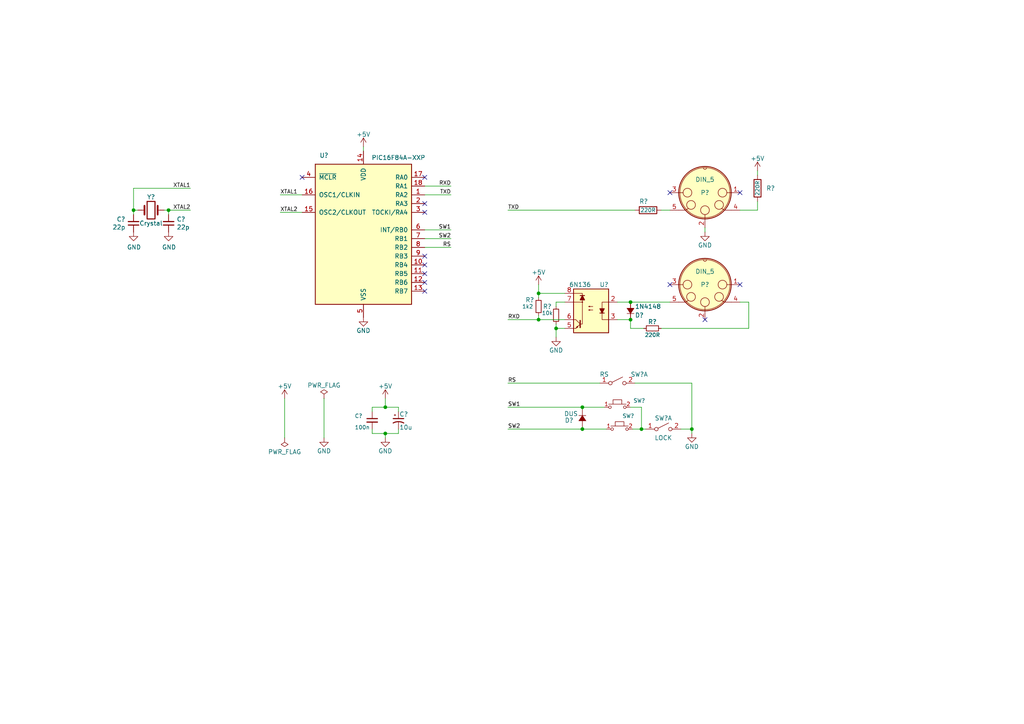
<source format=kicad_sch>
(kicad_sch (version 20211123) (generator eeschema)
  (paper "A4")
  (title_block (title "MIDI-Panic") (date "2017-12-08") (rev "1.0") (company "Luc Hondareyte") (comment 1 "MIDI-Panic 16F84"))
  (lib_symbols
    (symbol "Device:C_Small" (pin_numbers hide) (pin_names (offset 0.254) hide)
      (property "Reference" "C" (at 0.254 1.778 0))
      (property "Value" "C_Small" (at 0.254 -2.032 0))
      (symbol "C_Small_0_1"
        (polyline (pts (xy -1.524 -0.508) (xy 1.524 -0.508)) (stroke (width 0.3302)))
        (polyline (pts (xy -1.524 0.508) (xy 1.524 0.508)) (stroke (width 0.3048)))
      )
      (symbol "C_Small_1_1"
        (pin passive line (at 0 2.54 270) (length 2.032) (name "~") (number "1"))
        (pin passive line (at 0 -2.54 90) (length 2.032) (name "~") (number "2"))
      )
    )
    (symbol "Device:Crystal" (pin_numbers hide) (pin_names (offset 1.016) hide)
      (property "Reference" "Y" (at 0 3.81 0))
      (property "Value" "Crystal" (at 0 -3.81 0))
      (symbol "Crystal_0_1"
        (rectangle (start -1.143 2.54) (end 1.143 -2.54) (stroke (width 0.3048)))
        (polyline (pts (xy -2.54 0) (xy -1.905 0)))
        (polyline (pts (xy -1.905 -1.27) (xy -1.905 1.27)) (stroke (width 0.508)))
        (polyline (pts (xy 1.905 -1.27) (xy 1.905 1.27)) (stroke (width 0.508)))
        (polyline (pts (xy 2.54 0) (xy 1.905 0)))
      )
      (symbol "Crystal_1_1"
        (pin passive line (at -3.81 0 0) (length 1.27) (name "1") (number "1"))
        (pin passive line (at 3.81 0 180) (length 1.27) (name "2") (number "2"))
      )
    )
    (symbol "Device:R_Small" (pin_numbers hide) (pin_names (offset 0.254) hide)
      (property "Reference" "R" (at 0.762 0.508 0))
      (property "Value" "R_Small" (at 0.762 -1.016 0))
      (symbol "R_Small_0_1"
        (rectangle (start -0.762 1.778) (end 0.762 -1.778) (stroke (width 0.2032)))
      )
      (symbol "R_Small_1_1"
        (pin passive line (at 0 2.54 270) (length 0.762) (name "~") (number "1"))
        (pin passive line (at 0 -2.54 90) (length 0.762) (name "~") (number "2"))
      )
    )
    (symbol "MCU_Microchip_PIC16:PIC16F84A-XXP" (pin_names (offset 1.016))
      (property "Reference" "U" (at 2.54 22.86 0))
      (property "Value" "PIC16F84A-XXP" (at 2.54 20.32 0))
      (symbol "PIC16F84A-XXP_0_1"
        (rectangle (start -13.97 19.05) (end 13.97 -21.59) (stroke (width 0.254)) (fill (type background)))
      )
      (symbol "PIC16F84A-XXP_1_1"
        (pin bidirectional line (at 17.78 10.16 180) (length 3.81) (name "RA2") (number "1"))
        (pin bidirectional line (at 17.78 -10.16 180) (length 3.81) (name "RB4") (number "10"))
        (pin bidirectional line (at 17.78 -12.7 180) (length 3.81) (name "RB5") (number "11"))
        (pin bidirectional line (at 17.78 -15.24 180) (length 3.81) (name "RB6") (number "12"))
        (pin bidirectional line (at 17.78 -17.78 180) (length 3.81) (name "RB7") (number "13"))
        (pin power_in line (at 0 22.86 270) (length 3.81) (name "VDD") (number "14"))
        (pin output line (at -17.78 5.08 0) (length 3.81) (name "OSC2/CLKOUT") (number "15"))
        (pin input line (at -17.78 10.16 0) (length 3.81) (name "OSC1/CLKIN") (number "16"))
        (pin bidirectional line (at 17.78 15.24 180) (length 3.81) (name "RA0") (number "17"))
        (pin bidirectional line (at 17.78 12.7 180) (length 3.81) (name "RA1") (number "18"))
        (pin bidirectional line (at 17.78 7.62 180) (length 3.81) (name "RA3") (number "2"))
        (pin bidirectional line (at 17.78 5.08 180) (length 3.81) (name "TOCKI/RA4") (number "3"))
        (pin input line (at -17.78 15.24 0) (length 3.81) (name "~{MCLR}") (number "4"))
        (pin power_in line (at 0 -25.4 90) (length 3.81) (name "VSS") (number "5"))
        (pin bidirectional line (at 17.78 0 180) (length 3.81) (name "INT/RB0") (number "6"))
        (pin bidirectional line (at 17.78 -2.54 180) (length 3.81) (name "RB1") (number "7"))
        (pin bidirectional line (at 17.78 -5.08 180) (length 3.81) (name "RB2") (number "8"))
        (pin bidirectional line (at 17.78 -7.62 180) (length 3.81) (name "RB3") (number "9"))
      )
    )
    (symbol "midi-panic-rescue:+5V" (power) (pin_names (offset 0))
      (property "Value" "midi-panic-rescue_+5V" (at 0 3.556 0))
      (symbol "+5V_0_1"
        (polyline (pts (xy -0.762 1.27) (xy 0 2.54)))
        (polyline (pts (xy 0 0) (xy 0 2.54)))
        (polyline (pts (xy 0 2.54) (xy 0.762 1.27)))
      )
      (symbol "+5V_1_1"
        (pin power_in line (at 0 0 90) (length 0) hide (name "+5V") (number "1"))
      )
    )
    (symbol "midi-panic-rescue:6N136" (pin_names (offset 1.016))
      (property "Reference" "U" (at -5.08 7.62 0))
      (property "Value" "midi-panic-rescue_6N136" (at 0 7.62 0))
      (symbol "6N136_0_1"
        (rectangle (start -5.08 6.35) (end 5.08 -6.35) (stroke (width 0.254)) (fill (type background)))
        (polyline (pts (xy -3.81 -0.635) (xy -2.54 -0.635)) (stroke (width 0.254)))
        (polyline (pts (xy 1.905 4.445) (xy 3.175 4.445)) (stroke (width 0.254)))
        (polyline (pts (xy 3.175 -2.794) (xy 3.175 -4.826)) (stroke (width 0.3556)))
        (polyline (pts (xy 3.302 -3.937) (xy 4.445 -5.08)))
        (polyline (pts (xy 3.302 -3.683) (xy 4.445 -2.54)))
        (polyline (pts (xy 5.08 -5.08) (xy 4.445 -5.08)))
        (polyline (pts (xy 5.08 -2.54) (xy 4.445 -2.54)))
        (polyline (pts (xy 5.08 2.54) (xy 2.54 2.54)))
        (polyline (pts (xy -5.08 2.54) (xy -3.175 2.54) (xy -3.175 -2.54) (xy -5.08 -2.54)))
        (polyline (pts (xy -3.175 -0.635) (xy -3.81 0.635) (xy -2.54 0.635) (xy -3.175 -0.635)) (stroke (width 0.254)) (fill (type outline)))
        (polyline (pts (xy 2.54 4.445) (xy 1.905 3.175) (xy 3.175 3.175) (xy 2.54 4.445)) (stroke (width 0.254)) (fill (type outline)))
        (polyline (pts (xy 4.318 -4.953) (xy 4.064 -4.445) (xy 3.81 -4.699) (xy 4.318 -4.953)))
        (polyline (pts (xy 5.08 5.08) (xy 2.54 5.08) (xy 2.54 -3.81) (xy 3.175 -3.81)))
        (polyline (pts (xy -0.508 0.254) (xy 0.762 0.254) (xy 0.381 0.127) (xy 0.381 0.381) (xy 0.762 0.254)))
        (polyline (pts (xy -0.508 1.27) (xy 0.762 1.27) (xy 0.381 1.143) (xy 0.381 1.397) (xy 0.762 1.27)))
        (circle (center 2.54 2.54) (radius 0.127))
      )
      (symbol "6N136_1_1"
        (pin no_connect line (at -7.62 5.08 0) (length 2.54) hide (name "NC") (number "1"))
        (pin passive line (at -7.62 2.54 0) (length 2.54) (name "~") (number "2"))
        (pin passive line (at -7.62 -2.54 0) (length 2.54) (name "~") (number "3"))
        (pin no_connect line (at -7.62 -5.08 0) (length 2.54) hide (name "NC") (number "4"))
        (pin passive line (at 7.62 -5.08 180) (length 2.54) (name "~") (number "5"))
        (pin passive line (at 7.62 -2.54 180) (length 2.54) (name "~") (number "6"))
        (pin passive line (at 7.62 2.54 180) (length 2.54) (name "~") (number "7"))
        (pin passive line (at 7.62 5.08 180) (length 2.54) (name "~") (number "8"))
      )
    )
    (symbol "midi-panic-rescue:CP1_Small" (pin_numbers hide) (pin_names (offset 0.254) hide)
      (property "Reference" "C" (at 0.254 1.778 0))
      (property "Value" "midi-panic-rescue_CP1_Small" (at 0.254 -2.032 0))
      (symbol "CP1_Small_0_1"
        (polyline (pts (xy -1.524 0.508) (xy 1.524 0.508)) (stroke (width 0.3048)))
        (polyline (pts (xy -1.27 1.524) (xy -0.762 1.524)))
        (polyline (pts (xy -1.016 1.27) (xy -1.016 1.778)))
        (arc (start 1.524 -0.762) (mid 0 -0.3734) (end -1.524 -0.762) (stroke (width 0.3048)))
      )
      (symbol "CP1_Small_1_1"
        (pin passive line (at 0 2.54 270) (length 2.032) (name "~") (number "1"))
        (pin passive line (at 0 -2.54 90) (length 2.032) (name "~") (number "2"))
      )
    )
    (symbol "midi-panic-rescue:C_Small" (pin_numbers hide) (pin_names (offset 0.254) hide)
      (property "Reference" "C" (at 0.254 1.778 0))
      (property "Value" "midi-panic-rescue_C_Small" (at 0.254 -2.032 0))
      (symbol "C_Small_0_1"
        (polyline (pts (xy -1.524 -0.508) (xy 1.524 -0.508)) (stroke (width 0.3302)))
        (polyline (pts (xy -1.524 0.508) (xy 1.524 0.508)) (stroke (width 0.3048)))
      )
      (symbol "C_Small_1_1"
        (pin passive line (at 0 2.54 270) (length 2.032) (name "~") (number "1"))
        (pin passive line (at 0 -2.54 90) (length 2.032) (name "~") (number "2"))
      )
    )
    (symbol "midi-panic-rescue:DIN_5" (pin_names (offset 1.016) hide)
      (property "Reference" "J" (at 0 -8.89 0))
      (property "Value" "midi-panic-rescue_DIN_5" (at 0 -10.795 0))
      (symbol "DIN_5_0_1"
        (circle (center -5.08 0) (radius 1.27))
        (circle (center -4.0894 3.556) (radius 1.27))
        (polyline (pts (xy -7.62 5.08) (xy -5.588 5.08)))
        (polyline (pts (xy -6.35 0) (xy -7.62 0)))
        (polyline (pts (xy -5.588 5.08) (xy -4.826 4.572)))
        (polyline (pts (xy 0 6.35) (xy 0 7.62)))
        (polyline (pts (xy 5.5626 5.08) (xy 4.826 4.572)))
        (polyline (pts (xy 6.35 0) (xy 7.62 0)))
        (polyline (pts (xy 7.62 5.08) (xy 5.5626 5.08)))
        (circle (center 0 0) (radius 7.2644))
        (circle (center 0 0) (radius 7.62) (stroke (width 0.254)) (fill (type background)))
        (circle (center 0 5.08) (radius 1.27))
        (arc (start 0.4572 -7.2136) (mid 0 -6.7564) (end -0.4572 -7.2136))
        (circle (center 4.0386 3.556) (radius 1.27))
        (circle (center 5.08 0) (radius 1.27))
      )
      (symbol "DIN_5_1_1"
        (pin passive line (at -10.16 0 0) (length 2.54) (name "1") (number "1"))
        (pin passive line (at 0 10.16 270) (length 2.54) (name "2") (number "2"))
        (pin passive line (at 10.16 0 180) (length 2.54) (name "3") (number "3"))
        (pin passive line (at -10.16 5.08 0) (length 2.54) (name "4") (number "4"))
        (pin passive line (at 10.16 5.08 180) (length 2.54) (name "5") (number "5"))
      )
    )
    (symbol "midi-panic-rescue:D_Small_ALT" (pin_numbers hide) (pin_names (offset 0.254) hide)
      (property "Reference" "D" (at -1.27 2.032 0))
      (property "Value" "midi-panic-rescue_D_Small_ALT" (at -3.81 -2.032 0))
      (symbol "D_Small_ALT_0_1"
        (polyline (pts (xy -0.762 -1.016) (xy -0.762 1.016)))
        (polyline (pts (xy -0.762 0) (xy 0.762 0)))
        (polyline (pts (xy 0.762 -1.016) (xy -0.762 0) (xy 0.762 1.016) (xy 0.762 -1.016)) (fill (type outline)))
      )
      (symbol "D_Small_ALT_1_1"
        (pin passive line (at -2.54 0 0) (length 1.778) (name "K") (number "1"))
        (pin passive line (at 2.54 0 180) (length 1.778) (name "A") (number "2"))
      )
    )
    (symbol "midi-panic-rescue:GND" (power) (pin_names (offset 0))
      (property "Value" "midi-panic-rescue_GND" (at 0 -3.81 0))
      (symbol "GND_0_1"
        (polyline (pts (xy 0 0) (xy 0 -1.27) (xy 1.27 -1.27) (xy 0 -2.54) (xy -1.27 -1.27) (xy 0 -1.27)))
      )
      (symbol "GND_1_1"
        (pin power_in line (at 0 0 270) (length 0) hide (name "GND") (number "1"))
      )
    )
    (symbol "midi-panic-rescue:PUSH_BUTTON-RESCUE-tinyVT" (pin_names (offset 1.016))
      (property "Reference" "SW" (at -4.318 3.683 0))
      (property "Value" "midi-panic-rescue_PUSH_BUTTON-RESCUE-tinyVT" (at 1.524 -2.667 0))
      (symbol "PUSH_BUTTON-RESCUE-tinyVT_0_1"
        (circle (center -2.159 0) (radius 0.381))
        (polyline (pts (xy -2.54 0.889) (xy 2.54 0.889) (xy -1.27 0.889) (xy -1.27 2.159) (xy 1.27 2.159) (xy 1.27 0.889)))
        (circle (center 2.159 0) (radius 0.381))
      )
      (symbol "PUSH_BUTTON-RESCUE-tinyVT_1_1"
        (pin input line (at -3.81 0 0) (length 1.27) (name "~") (number "1"))
        (pin input line (at 3.81 0 180) (length 1.27) (name "~") (number "2"))
      )
    )
    (symbol "midi-panic-rescue:PWR_FLAG" (power) (pin_numbers hide) (pin_names (offset 0) hide)
      (property "Value" "midi-panic-rescue_PWR_FLAG" (at 0 3.81 0))
      (symbol "PWR_FLAG_0_0"
        (pin power_out line (at 0 0 90) (length 0) (name "pwr") (number "1"))
      )
      (symbol "PWR_FLAG_0_1"
        (polyline (pts (xy 0 0) (xy 0 1.27) (xy -1.016 1.905) (xy 0 2.54) (xy 1.016 1.905) (xy 0 1.27)))
      )
    )
    (symbol "midi-panic-rescue:R" (pin_numbers hide) (pin_names (offset 0))
      (property "Reference" "R" (at 2.032 0 90))
      (property "Value" "midi-panic-rescue_R" (at 0 0 90))
      (symbol "R_0_1"
        (rectangle (start -1.016 -2.54) (end 1.016 2.54) (stroke (width 0.254)))
      )
      (symbol "R_1_1"
        (pin passive line (at 0 3.81 270) (length 1.27) (name "~") (number "1"))
        (pin passive line (at 0 -3.81 90) (length 1.27) (name "~") (number "2"))
      )
    )
    (symbol "midi-panic-rescue:SW_DPST_x2" (pin_names (offset 0) hide)
      (property "Reference" "SW" (at 0 3.175 0))
      (property "Value" "midi-panic-rescue_SW_DPST_x2" (at 0 -2.54 0))
      (symbol "SW_DPST_x2_0_0"
        (circle (center -2.032 0) (radius 0.508))
        (polyline (pts (xy -1.524 0.254) (xy 1.524 1.778)))
        (circle (center 2.032 0) (radius 0.508))
      )
      (symbol "SW_DPST_x2_1_1"
        (pin passive line (at -5.08 0 0) (length 2.54) (name "A") (number "1"))
        (pin passive line (at 5.08 0 180) (length 2.54) (name "B") (number "2"))
      )
      (symbol "SW_DPST_x2_2_1"
        (pin input line (at -5.08 0 0) (length 2.54) (name "A") (number "3"))
        (pin input line (at 5.08 0 180) (length 2.54) (name "B") (number "4"))
      )
    )
    (symbol "power:GND" (power) (pin_names (offset 0))
      (property "Value" "GND" (at 0 -3.81 0))
      (symbol "GND_0_1"
        (polyline (pts (xy 0 0) (xy 0 -1.27) (xy 1.27 -1.27) (xy 0 -2.54) (xy -1.27 -1.27) (xy 0 -1.27)))
      )
      (symbol "GND_1_1"
        (pin power_in line (at 0 0 270) (length 0) hide (name "GND") (number "1"))
      )
    )
  )
  (junction (at 168.91 124.46))
  (junction (at 38.735 60.96))
  (junction (at 156.21 92.71))
  (junction (at 48.895 60.96))
  (junction (at 111.76 118.11))
  (junction (at 182.88 87.63))
  (junction (at 168.91 118.11))
  (junction (at 186.055 124.46))
  (junction (at 156.21 85.09))
  (junction (at 111.76 125.73))
  (junction (at 182.88 92.71))
  (junction (at 161.29 95.25))
  (junction (at 200.66 124.46))
  (no_connect (at 123.19 51.435))
  (no_connect (at 214.63 82.55))
  (no_connect (at 123.19 74.295))
  (no_connect (at 123.19 61.595))
  (no_connect (at 123.19 59.055))
  (no_connect (at 123.19 84.455))
  (no_connect (at 194.31 82.55))
  (no_connect (at 194.31 55.88))
  (no_connect (at 123.19 79.375))
  (no_connect (at 204.47 92.71))
  (no_connect (at 87.63 51.435))
  (no_connect (at 214.63 55.88))
  (no_connect (at 123.19 81.915))
  (no_connect (at 123.19 76.835))
  (wire (pts (xy 161.29 88.9) (xy 161.29 87.63)))
  (wire (pts (xy 197.485 124.46) (xy 200.66 124.46)))
  (wire (pts (xy 186.055 124.46) (xy 183.515 124.46)))
  (wire (pts (xy 93.98 127) (xy 93.98 115.57)))
  (wire (pts (xy 168.91 124.46) (xy 147.32 124.46)))
  (wire (pts (xy 48.895 60.96) (xy 55.245 60.96)))
  (wire (pts (xy 105.41 43.815) (xy 105.41 42.545)))
  (wire (pts (xy 107.95 124.46) (xy 107.95 125.73)))
  (wire (pts (xy 111.76 125.73) (xy 115.57 125.73)))
  (wire (pts (xy 219.71 49.53) (xy 219.71 50.8)))
  (wire (pts (xy 81.28 56.515) (xy 87.63 56.515)))
  (wire (pts (xy 175.26 118.11) (xy 168.91 118.11)))
  (wire (pts (xy 214.63 87.63) (xy 217.17 87.63)))
  (wire (pts (xy 156.21 85.09) (xy 163.83 85.09)))
  (wire (pts (xy 168.91 118.745) (xy 168.91 118.11)))
  (wire (pts (xy 191.77 95.25) (xy 217.17 95.25)))
  (wire (pts (xy 184.15 111.125) (xy 200.66 111.125)))
  (wire (pts (xy 48.895 60.96) (xy 48.895 62.23)))
  (wire (pts (xy 168.91 118.11) (xy 147.32 118.11)))
  (wire (pts (xy 204.47 66.04) (xy 204.47 67.31)))
  (wire (pts (xy 182.88 92.71) (xy 182.88 95.25)))
  (wire (pts (xy 47.625 60.96) (xy 48.895 60.96)))
  (wire (pts (xy 182.88 118.11) (xy 186.055 118.11)))
  (wire (pts (xy 81.28 61.595) (xy 87.63 61.595)))
  (wire (pts (xy 156.21 92.71) (xy 163.83 92.71)))
  (wire (pts (xy 187.325 124.46) (xy 186.055 124.46)))
  (wire (pts (xy 107.95 119.38) (xy 107.95 118.11)))
  (wire (pts (xy 182.88 92.71) (xy 179.07 92.71)))
  (wire (pts (xy 156.21 86.36) (xy 156.21 85.09)))
  (wire (pts (xy 40.005 60.96) (xy 38.735 60.96)))
  (wire (pts (xy 111.76 118.11) (xy 111.76 115.57)))
  (wire (pts (xy 82.55 127) (xy 82.55 115.57)))
  (wire (pts (xy 130.81 53.975) (xy 123.19 53.975)))
  (wire (pts (xy 123.19 71.755) (xy 130.81 71.755)))
  (wire (pts (xy 38.735 54.61) (xy 38.735 60.96)))
  (wire (pts (xy 115.57 125.73) (xy 115.57 124.46)))
  (wire (pts (xy 173.99 111.125) (xy 147.32 111.125)))
  (wire (pts (xy 161.29 93.98) (xy 161.29 95.25)))
  (wire (pts (xy 200.66 124.46) (xy 200.66 125.73)))
  (wire (pts (xy 123.19 69.215) (xy 130.81 69.215)))
  (wire (pts (xy 115.57 118.11) (xy 115.57 119.38)))
  (wire (pts (xy 123.19 56.515) (xy 130.81 56.515)))
  (wire (pts (xy 175.895 124.46) (xy 168.91 124.46)))
  (wire (pts (xy 161.29 95.25) (xy 163.83 95.25)))
  (wire (pts (xy 38.735 60.96) (xy 38.735 62.23)))
  (wire (pts (xy 107.95 118.11) (xy 111.76 118.11)))
  (wire (pts (xy 191.77 60.96) (xy 194.31 60.96)))
  (wire (pts (xy 182.88 95.25) (xy 186.69 95.25)))
  (wire (pts (xy 123.19 66.675) (xy 130.81 66.675)))
  (wire (pts (xy 219.71 60.96) (xy 219.71 58.42)))
  (wire (pts (xy 163.83 87.63) (xy 161.29 87.63)))
  (wire (pts (xy 147.32 92.71) (xy 156.21 92.71)))
  (wire (pts (xy 156.21 82.55) (xy 156.21 85.09)))
  (wire (pts (xy 186.055 118.11) (xy 186.055 124.46)))
  (wire (pts (xy 156.21 91.44) (xy 156.21 92.71)))
  (wire (pts (xy 200.66 111.125) (xy 200.66 124.46)))
  (wire (pts (xy 217.17 87.63) (xy 217.17 95.25)))
  (wire (pts (xy 161.29 97.79) (xy 161.29 95.25)))
  (wire (pts (xy 111.76 118.11) (xy 115.57 118.11)))
  (wire (pts (xy 111.76 127) (xy 111.76 125.73)))
  (wire (pts (xy 214.63 60.96) (xy 219.71 60.96)))
  (wire (pts (xy 179.07 87.63) (xy 182.88 87.63)))
  (wire (pts (xy 182.88 87.63) (xy 194.31 87.63)))
  (wire (pts (xy 147.32 60.96) (xy 184.15 60.96)))
  (wire (pts (xy 55.245 54.61) (xy 38.735 54.61)))
  (wire (pts (xy 168.91 124.46) (xy 168.91 123.825)))
  (wire (pts (xy 107.95 125.73) (xy 111.76 125.73)))
  (label "RXD" (at 147.32 92.71 0) (effects (font (size 1.1176 1.1176))))
  (label "TXD" (at 130.81 56.515 180) (effects (font (size 1.1176 1.1176))))
  (label "SW1" (at 147.32 118.11 0) (effects (font (size 1.1176 1.1176))))
  (label "RXD" (at 130.81 53.975 180) (effects (font (size 1.1176 1.1176))))
  (label "XTAL1" (at 55.245 54.61 180) (effects (font (size 1.1176 1.1176))))
  (label "SW1" (at 130.81 66.675 180) (effects (font (size 1.1176 1.1176))))
  (label "XTAL2" (at 81.28 61.595 0) (effects (font (size 1.1176 1.1176))))
  (label "RS" (at 147.32 111.125 0) (effects (font (size 1.1176 1.1176))))
  (label "XTAL1" (at 81.28 56.515 0) (effects (font (size 1.1176 1.1176))))
  (label "RS" (at 130.81 71.755 180) (effects (font (size 1.1176 1.1176))))
  (label "SW2" (at 130.81 69.215 180) (effects (font (size 1.1176 1.1176))))
  (label "TXD" (at 147.32 60.96 0) (effects (font (size 1.1176 1.1176))))
  (label "SW2" (at 147.32 124.46 0) (effects (font (size 1.1176 1.1176))))
  (label "XTAL2" (at 55.245 60.96 180) (effects (font (size 1.1176 1.1176))))
  (symbol (lib_id "midi-panic-rescue:C_Small") (at 107.95 121.92 0) (unit 1)
    (property "Reference" "C?" (at 102.87 120.65 0) (effects (font (size 1.1176 1.1176)) (justify left)))
    (property "Value" "100n" (at 102.87 123.952 0) (effects (font (size 1.1176 1.1176)) (justify left)))
    (property "Footprint" "Capacitors_SMD:C_1206_HandSoldering" (effects hide))
  )
  (symbol (lib_id "midi-panic-rescue:PUSH_BUTTON-RESCUE-tinyVT") (at 179.705 124.46 0) (unit 1)
    (property "Reference" "SW?" (at 182.245 120.65 0) (effects (font (size 1.1176 1.1176))))
    (property "Value" "PUSH_BUTTON" (effects hide))
    (property "Footprint" "Buttons_Switches_ThroughHole:SW_PUSH-12mm" (effects hide))
  )
  (symbol (lib_id "midi-panic-rescue:PUSH_BUTTON-RESCUE-tinyVT") (at 179.07 118.11 0) (unit 1)
    (property "Reference" "SW?" (at 185.42 116.205 0) (effects (font (size 1.1176 1.1176))))
    (property "Value" "PUSH_BUTTON" (effects hide))
    (property "Footprint" "Buttons_Switches_ThroughHole:SW_PUSH-12mm" (effects hide))
  )
  (symbol (lib_id "midi-panic-rescue:DIN_5") (at 204.47 55.88 180) (unit 1)
    (property "Reference" "P?" (at 204.47 55.88 0))
    (property "Value" "DIN_5" (at 204.47 52.07 0))
  )
  (symbol (lib_id "midi-panic-rescue:R") (at 187.96 60.96 270) (unit 1)
    (property "Reference" "R?" (at 186.69 58.42 90))
    (property "Value" "220R" (at 187.96 60.96 90) (effects (font (size 1.1176 1.1176))))
    (property "Footprint" "Resistors_SMD:R_1206_HandSoldering" (effects hide))
  )
  (symbol (lib_id "midi-panic-rescue:R") (at 219.71 54.61 180) (unit 1)
    (property "Reference" "R?" (at 223.52 54.61 0))
    (property "Value" "220R" (at 219.71 54.61 90) (effects (font (size 1.1176 1.1176))))
    (property "Footprint" "Resistors_SMD:R_1206_HandSoldering" (effects hide))
  )
  (symbol (lib_id "midi-panic-rescue:GND") (at 204.47 67.31 0) (unit 1)
    (property "Reference" "#PWR?" (effects hide))
    (property "Value" "GND" (at 204.47 71.12 0))
  )
  (symbol (lib_id "midi-panic-rescue:+5V") (at 156.21 82.55 0) (unit 1)
    (property "Reference" "#PWR?" (effects hide))
    (property "Value" "+5V" (at 156.21 78.994 0))
  )
  (symbol (lib_id "midi-panic-rescue:GND") (at 161.29 97.79 0) (unit 1)
    (property "Reference" "#PWR?" (effects hide))
    (property "Value" "GND" (at 161.29 101.6 0))
  )
  (symbol (lib_id "midi-panic-rescue:DIN_5") (at 204.47 82.55 180) (unit 1)
    (property "Reference" "P?" (at 204.47 82.55 0))
    (property "Value" "DIN_5" (at 204.47 78.74 0))
  )
  (symbol (lib_id "midi-panic-rescue:+5V") (at 105.41 42.545 0) (unit 1)
    (property "Reference" "#PWR?" (effects hide))
    (property "Value" "+5V" (at 105.41 38.989 0))
  )
  (symbol (lib_id "midi-panic-rescue:+5V") (at 219.71 49.53 0) (unit 1)
    (property "Reference" "#PWR?" (effects hide))
    (property "Value" "+5V" (at 219.71 45.974 0))
  )
  (symbol (lib_id "midi-panic-rescue:6N136") (at 171.45 90.17 0) (mirror y) (unit 1)
    (property "Reference" "U?" (at 176.53 82.55 0) (effects (justify left)))
    (property "Value" "6N136" (at 171.45 82.55 0) (effects (justify left)))
    (property "Footprint" "Housings_DIP:DIP-8_W7.62mm" (effects hide))
  )
  (symbol (lib_id "midi-panic-rescue:D_Small_ALT") (at 182.88 90.17 270) (mirror x) (unit 1)
    (property "Reference" "D?" (at 184.15 91.44 90) (effects (justify left)))
    (property "Value" "1N4148" (at 184.15 88.9 90) (effects (justify left)))
  )
  (symbol (lib_id "midi-panic-rescue:GND") (at 105.41 92.075 0) (unit 1)
    (property "Reference" "#PWR?" (effects hide))
    (property "Value" "GND" (at 105.41 95.885 0))
  )
  (symbol (lib_id "midi-panic-rescue:SW_DPST_x2") (at 179.07 111.125 0) (unit 1)
    (property "Reference" "SW?" (at 185.42 108.585 0))
    (property "Value" "RS" (at 175.26 108.585 0))
  )
  (symbol (lib_id "midi-panic-rescue:D_Small_ALT") (at 168.91 121.285 90) (mirror x) (unit 1)
    (property "Reference" "D?" (at 166.37 121.92 90) (effects (justify left)))
    (property "Value" "DUS" (at 167.64 120.015 90) (effects (justify left)))
  )
  (symbol (lib_id "midi-panic-rescue:SW_DPST_x2") (at 192.405 124.46 0) (unit 1)
    (property "Reference" "SW?" (at 192.405 121.285 0))
    (property "Value" "LOCK" (at 192.405 127 0))
  )
  (symbol (lib_id "midi-panic-rescue:GND") (at 200.66 125.73 0) (unit 1)
    (property "Reference" "#PWR?" (effects hide))
    (property "Value" "GND" (at 200.66 129.54 0))
  )
  (symbol (lib_id "midi-panic-rescue:CP1_Small") (at 115.57 121.92 0) (unit 1)
    (property "Reference" "C?" (at 115.824 120.142 0) (effects (justify left)))
    (property "Value" "10u" (at 115.824 123.952 0) (effects (justify left)))
  )
  (symbol (lib_id "midi-panic-rescue:GND") (at 111.76 127 0) (unit 1)
    (property "Reference" "#PWR?" (effects hide))
    (property "Value" "GND" (at 111.76 130.81 0))
  )
  (symbol (lib_id "midi-panic-rescue:+5V") (at 111.76 115.57 0) (unit 1)
    (property "Reference" "#PWR?" (effects hide))
    (property "Value" "+5V" (at 111.76 112.014 0))
  )
  (symbol (lib_id "midi-panic-rescue:PWR_FLAG") (at 93.98 115.57 0) (unit 1)
    (property "Reference" "#FLG?" (effects hide))
    (property "Value" "PWR_FLAG" (at 93.98 111.76 0))
  )
  (symbol (lib_id "midi-panic-rescue:PWR_FLAG") (at 82.55 127 180) (unit 1)
    (property "Reference" "#FLG?" (effects hide))
    (property "Value" "PWR_FLAG" (at 82.55 131.064 0))
  )
  (symbol (lib_id "midi-panic-rescue:GND") (at 93.98 127 0) (unit 1)
    (property "Reference" "#PWR?" (effects hide))
    (property "Value" "GND" (at 93.98 130.81 0))
  )
  (symbol (lib_id "midi-panic-rescue:+5V") (at 82.55 115.57 0) (unit 1)
    (property "Reference" "#PWR?" (effects hide))
    (property "Value" "+5V" (at 82.55 112.014 0))
  )
  (symbol (lib_id "power:GND") (at 38.735 67.31 0) (unit 1)
    (property "Reference" "#PWR?" (effects hide))
    (property "Value" "GND" (at 38.862 71.7042 0))
  )
  (symbol (lib_id "Device:Crystal") (at 43.815 60.96 0) (unit 1)
    (property "Reference" "Y?" (at 43.815 57.15 0))
    (property "Value" "Crystal" (at 43.815 64.77 0))
  )
  (symbol (lib_id "Device:C_Small") (at 38.735 64.77 0) (mirror x) (unit 1)
    (property "Reference" "C?" (at 36.3982 63.6016 0) (effects (justify right)))
    (property "Value" "22p" (at 36.3982 65.913 0) (effects (justify right)))
  )
  (symbol (lib_id "Device:C_Small") (at 48.895 64.77 180) (unit 1)
    (property "Reference" "C?" (at 51.2318 63.6016 0) (effects (justify right)))
    (property "Value" "22p" (at 51.2318 65.913 0) (effects (justify right)))
  )
  (symbol (lib_id "power:GND") (at 48.895 67.31 0) (unit 1)
    (property "Reference" "#PWR?" (effects hide))
    (property "Value" "GND" (at 49.022 71.7042 0))
  )
  (symbol (lib_id "Device:R_Small") (at 189.23 95.25 270) (unit 1)
    (property "Reference" "R?" (at 189.23 93.345 90))
    (property "Value" "220R" (at 189.23 97.155 90) (effects (font (size 1.1176 1.1176))))
  )
  (symbol (lib_id "Device:R_Small") (at 161.29 91.44 180) (unit 1)
    (property "Reference" "R?" (at 158.75 88.9 0))
    (property "Value" "10k" (at 158.75 90.805 0) (effects (font (size 1.1176 1.1176))))
  )
  (symbol (lib_id "Device:R_Small") (at 156.21 88.9 180) (unit 1)
    (property "Reference" "R?" (at 153.67 86.995 0))
    (property "Value" "1k2" (at 153.035 88.9 0) (effects (font (size 1.1176 1.1176))))
  )
  (symbol (lib_id "MCU_Microchip_PIC16:PIC16F84A-XXP") (at 105.41 66.675 0) (unit 1)
    (property "Reference" "U?" (at 93.98 45.085 0))
    (property "Value" "PIC16F84A-XXP" (at 115.57 45.72 0))
    (property "Datasheet" "http://ww1.microchip.com/downloads/en/devicedoc/35007b.pdf" (effects hide))
  )
)
</source>
